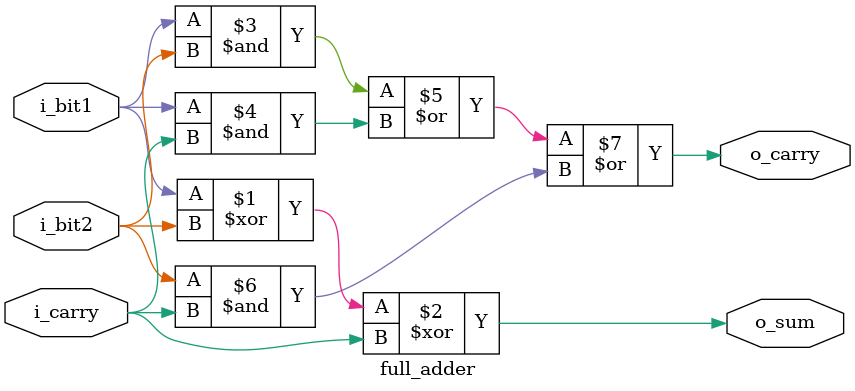
<source format=v>
`timescale 1ns / 1ps
module full_adder(
    input i_bit1,
    input i_bit2,
    input i_carry,
    output o_sum,
    output o_carry
    );

	 assign o_sum = i_bit1 ^ i_bit2 ^ i_carry;
	 assign o_carry = (i_bit1 & i_bit2) | (i_bit1 & i_carry) | (i_bit2 & i_carry);

endmodule

</source>
